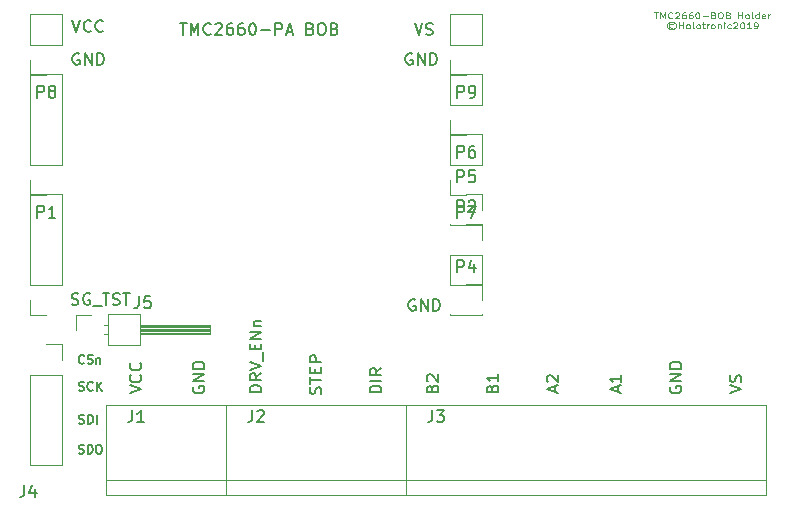
<source format=gto>
G04 #@! TF.GenerationSoftware,KiCad,Pcbnew,5.0.2-bee76a0~70~ubuntu18.04.1*
G04 #@! TF.CreationDate,2019-03-29T20:37:00+01:00*
G04 #@! TF.ProjectId,TMC2660_mount,544d4332-3636-4305-9f6d-6f756e742e6b,rev?*
G04 #@! TF.SameCoordinates,PX48f7b77PY788f099*
G04 #@! TF.FileFunction,Legend,Top*
G04 #@! TF.FilePolarity,Positive*
%FSLAX46Y46*%
G04 Gerber Fmt 4.6, Leading zero omitted, Abs format (unit mm)*
G04 Created by KiCad (PCBNEW 5.0.2-bee76a0~70~ubuntu18.04.1) date 2019-03-29T20:37:00 CET*
%MOMM*%
%LPD*%
G01*
G04 APERTURE LIST*
%ADD10C,0.110000*%
%ADD11C,0.200000*%
%ADD12C,0.140000*%
%ADD13C,0.120000*%
%ADD14C,0.150000*%
G04 APERTURE END LIST*
D10*
X55269428Y42105810D02*
X55612285Y42105810D01*
X55440857Y41605810D02*
X55440857Y42105810D01*
X55812285Y41605810D02*
X55812285Y42105810D01*
X56012285Y41748667D01*
X56212285Y42105810D01*
X56212285Y41605810D01*
X56840857Y41653429D02*
X56812285Y41629620D01*
X56726571Y41605810D01*
X56669428Y41605810D01*
X56583714Y41629620D01*
X56526571Y41677239D01*
X56498000Y41724858D01*
X56469428Y41820096D01*
X56469428Y41891524D01*
X56498000Y41986762D01*
X56526571Y42034381D01*
X56583714Y42082000D01*
X56669428Y42105810D01*
X56726571Y42105810D01*
X56812285Y42082000D01*
X56840857Y42058191D01*
X57069428Y42058191D02*
X57098000Y42082000D01*
X57155142Y42105810D01*
X57298000Y42105810D01*
X57355142Y42082000D01*
X57383714Y42058191D01*
X57412285Y42010572D01*
X57412285Y41962953D01*
X57383714Y41891524D01*
X57040857Y41605810D01*
X57412285Y41605810D01*
X57926571Y42105810D02*
X57812285Y42105810D01*
X57755142Y42082000D01*
X57726571Y42058191D01*
X57669428Y41986762D01*
X57640857Y41891524D01*
X57640857Y41701048D01*
X57669428Y41653429D01*
X57698000Y41629620D01*
X57755142Y41605810D01*
X57869428Y41605810D01*
X57926571Y41629620D01*
X57955142Y41653429D01*
X57983714Y41701048D01*
X57983714Y41820096D01*
X57955142Y41867715D01*
X57926571Y41891524D01*
X57869428Y41915334D01*
X57755142Y41915334D01*
X57698000Y41891524D01*
X57669428Y41867715D01*
X57640857Y41820096D01*
X58498000Y42105810D02*
X58383714Y42105810D01*
X58326571Y42082000D01*
X58298000Y42058191D01*
X58240857Y41986762D01*
X58212285Y41891524D01*
X58212285Y41701048D01*
X58240857Y41653429D01*
X58269428Y41629620D01*
X58326571Y41605810D01*
X58440857Y41605810D01*
X58498000Y41629620D01*
X58526571Y41653429D01*
X58555142Y41701048D01*
X58555142Y41820096D01*
X58526571Y41867715D01*
X58498000Y41891524D01*
X58440857Y41915334D01*
X58326571Y41915334D01*
X58269428Y41891524D01*
X58240857Y41867715D01*
X58212285Y41820096D01*
X58926571Y42105810D02*
X58983714Y42105810D01*
X59040857Y42082000D01*
X59069428Y42058191D01*
X59098000Y42010572D01*
X59126571Y41915334D01*
X59126571Y41796286D01*
X59098000Y41701048D01*
X59069428Y41653429D01*
X59040857Y41629620D01*
X58983714Y41605810D01*
X58926571Y41605810D01*
X58869428Y41629620D01*
X58840857Y41653429D01*
X58812285Y41701048D01*
X58783714Y41796286D01*
X58783714Y41915334D01*
X58812285Y42010572D01*
X58840857Y42058191D01*
X58869428Y42082000D01*
X58926571Y42105810D01*
X59383714Y41796286D02*
X59840857Y41796286D01*
X60326571Y41867715D02*
X60412285Y41843905D01*
X60440857Y41820096D01*
X60469428Y41772477D01*
X60469428Y41701048D01*
X60440857Y41653429D01*
X60412285Y41629620D01*
X60355142Y41605810D01*
X60126571Y41605810D01*
X60126571Y42105810D01*
X60326571Y42105810D01*
X60383714Y42082000D01*
X60412285Y42058191D01*
X60440857Y42010572D01*
X60440857Y41962953D01*
X60412285Y41915334D01*
X60383714Y41891524D01*
X60326571Y41867715D01*
X60126571Y41867715D01*
X60840857Y42105810D02*
X60955142Y42105810D01*
X61012285Y42082000D01*
X61069428Y42034381D01*
X61098000Y41939143D01*
X61098000Y41772477D01*
X61069428Y41677239D01*
X61012285Y41629620D01*
X60955142Y41605810D01*
X60840857Y41605810D01*
X60783714Y41629620D01*
X60726571Y41677239D01*
X60698000Y41772477D01*
X60698000Y41939143D01*
X60726571Y42034381D01*
X60783714Y42082000D01*
X60840857Y42105810D01*
X61555142Y41867715D02*
X61640857Y41843905D01*
X61669428Y41820096D01*
X61698000Y41772477D01*
X61698000Y41701048D01*
X61669428Y41653429D01*
X61640857Y41629620D01*
X61583714Y41605810D01*
X61355142Y41605810D01*
X61355142Y42105810D01*
X61555142Y42105810D01*
X61612285Y42082000D01*
X61640857Y42058191D01*
X61669428Y42010572D01*
X61669428Y41962953D01*
X61640857Y41915334D01*
X61612285Y41891524D01*
X61555142Y41867715D01*
X61355142Y41867715D01*
X62412285Y41605810D02*
X62412285Y42105810D01*
X62412285Y41867715D02*
X62755142Y41867715D01*
X62755142Y41605810D02*
X62755142Y42105810D01*
X63126571Y41605810D02*
X63069428Y41629620D01*
X63040857Y41653429D01*
X63012285Y41701048D01*
X63012285Y41843905D01*
X63040857Y41891524D01*
X63069428Y41915334D01*
X63126571Y41939143D01*
X63212285Y41939143D01*
X63269428Y41915334D01*
X63298000Y41891524D01*
X63326571Y41843905D01*
X63326571Y41701048D01*
X63298000Y41653429D01*
X63269428Y41629620D01*
X63212285Y41605810D01*
X63126571Y41605810D01*
X63669428Y41605810D02*
X63612285Y41629620D01*
X63583714Y41677239D01*
X63583714Y42105810D01*
X64155142Y41605810D02*
X64155142Y42105810D01*
X64155142Y41629620D02*
X64098000Y41605810D01*
X63983714Y41605810D01*
X63926571Y41629620D01*
X63898000Y41653429D01*
X63869428Y41701048D01*
X63869428Y41843905D01*
X63898000Y41891524D01*
X63926571Y41915334D01*
X63983714Y41939143D01*
X64098000Y41939143D01*
X64155142Y41915334D01*
X64669428Y41629620D02*
X64612285Y41605810D01*
X64498000Y41605810D01*
X64440857Y41629620D01*
X64412285Y41677239D01*
X64412285Y41867715D01*
X64440857Y41915334D01*
X64498000Y41939143D01*
X64612285Y41939143D01*
X64669428Y41915334D01*
X64698000Y41867715D01*
X64698000Y41820096D01*
X64412285Y41772477D01*
X64955142Y41605810D02*
X64955142Y41939143D01*
X64955142Y41843905D02*
X64983714Y41891524D01*
X65012285Y41915334D01*
X65069428Y41939143D01*
X65126571Y41939143D01*
X56855142Y41126762D02*
X56798000Y41150572D01*
X56683714Y41150572D01*
X56626571Y41126762D01*
X56569428Y41079143D01*
X56540857Y41031524D01*
X56540857Y40936286D01*
X56569428Y40888667D01*
X56626571Y40841048D01*
X56683714Y40817239D01*
X56798000Y40817239D01*
X56855142Y40841048D01*
X56740857Y41317239D02*
X56598000Y41293429D01*
X56455142Y41222000D01*
X56369428Y41102953D01*
X56340857Y40983905D01*
X56369428Y40864858D01*
X56455142Y40745810D01*
X56598000Y40674381D01*
X56740857Y40650572D01*
X56883714Y40674381D01*
X57026571Y40745810D01*
X57112285Y40864858D01*
X57140857Y40983905D01*
X57112285Y41102953D01*
X57026571Y41222000D01*
X56883714Y41293429D01*
X56740857Y41317239D01*
X57398000Y40745810D02*
X57398000Y41245810D01*
X57398000Y41007715D02*
X57740857Y41007715D01*
X57740857Y40745810D02*
X57740857Y41245810D01*
X58112285Y40745810D02*
X58055142Y40769620D01*
X58026571Y40793429D01*
X57998000Y40841048D01*
X57998000Y40983905D01*
X58026571Y41031524D01*
X58055142Y41055334D01*
X58112285Y41079143D01*
X58198000Y41079143D01*
X58255142Y41055334D01*
X58283714Y41031524D01*
X58312285Y40983905D01*
X58312285Y40841048D01*
X58283714Y40793429D01*
X58255142Y40769620D01*
X58198000Y40745810D01*
X58112285Y40745810D01*
X58655142Y40745810D02*
X58598000Y40769620D01*
X58569428Y40817239D01*
X58569428Y41245810D01*
X58969428Y40745810D02*
X58912285Y40769620D01*
X58883714Y40793429D01*
X58855142Y40841048D01*
X58855142Y40983905D01*
X58883714Y41031524D01*
X58912285Y41055334D01*
X58969428Y41079143D01*
X59055142Y41079143D01*
X59112285Y41055334D01*
X59140857Y41031524D01*
X59169428Y40983905D01*
X59169428Y40841048D01*
X59140857Y40793429D01*
X59112285Y40769620D01*
X59055142Y40745810D01*
X58969428Y40745810D01*
X59340857Y41079143D02*
X59569428Y41079143D01*
X59426571Y41245810D02*
X59426571Y40817239D01*
X59455142Y40769620D01*
X59512285Y40745810D01*
X59569428Y40745810D01*
X59769428Y40745810D02*
X59769428Y41079143D01*
X59769428Y40983905D02*
X59798000Y41031524D01*
X59826571Y41055334D01*
X59883714Y41079143D01*
X59940857Y41079143D01*
X60226571Y40745810D02*
X60169428Y40769620D01*
X60140857Y40793429D01*
X60112285Y40841048D01*
X60112285Y40983905D01*
X60140857Y41031524D01*
X60169428Y41055334D01*
X60226571Y41079143D01*
X60312285Y41079143D01*
X60369428Y41055334D01*
X60398000Y41031524D01*
X60426571Y40983905D01*
X60426571Y40841048D01*
X60398000Y40793429D01*
X60369428Y40769620D01*
X60312285Y40745810D01*
X60226571Y40745810D01*
X60683714Y41079143D02*
X60683714Y40745810D01*
X60683714Y41031524D02*
X60712285Y41055334D01*
X60769428Y41079143D01*
X60855142Y41079143D01*
X60912285Y41055334D01*
X60940857Y41007715D01*
X60940857Y40745810D01*
X61226571Y40745810D02*
X61226571Y41079143D01*
X61226571Y41245810D02*
X61198000Y41222000D01*
X61226571Y41198191D01*
X61255142Y41222000D01*
X61226571Y41245810D01*
X61226571Y41198191D01*
X61769428Y40769620D02*
X61712285Y40745810D01*
X61598000Y40745810D01*
X61540857Y40769620D01*
X61512285Y40793429D01*
X61483714Y40841048D01*
X61483714Y40983905D01*
X61512285Y41031524D01*
X61540857Y41055334D01*
X61598000Y41079143D01*
X61712285Y41079143D01*
X61769428Y41055334D01*
X61998000Y41198191D02*
X62026571Y41222000D01*
X62083714Y41245810D01*
X62226571Y41245810D01*
X62283714Y41222000D01*
X62312285Y41198191D01*
X62340857Y41150572D01*
X62340857Y41102953D01*
X62312285Y41031524D01*
X61969428Y40745810D01*
X62340857Y40745810D01*
X62712285Y41245810D02*
X62769428Y41245810D01*
X62826571Y41222000D01*
X62855142Y41198191D01*
X62883714Y41150572D01*
X62912285Y41055334D01*
X62912285Y40936286D01*
X62883714Y40841048D01*
X62855142Y40793429D01*
X62826571Y40769620D01*
X62769428Y40745810D01*
X62712285Y40745810D01*
X62655142Y40769620D01*
X62626571Y40793429D01*
X62598000Y40841048D01*
X62569428Y40936286D01*
X62569428Y41055334D01*
X62598000Y41150572D01*
X62626571Y41198191D01*
X62655142Y41222000D01*
X62712285Y41245810D01*
X63483714Y40745810D02*
X63140857Y40745810D01*
X63312285Y40745810D02*
X63312285Y41245810D01*
X63255142Y41174381D01*
X63198000Y41126762D01*
X63140857Y41102953D01*
X63769428Y40745810D02*
X63883714Y40745810D01*
X63940857Y40769620D01*
X63969428Y40793429D01*
X64026571Y40864858D01*
X64055142Y40960096D01*
X64055142Y41150572D01*
X64026571Y41198191D01*
X63998000Y41222000D01*
X63940857Y41245810D01*
X63826571Y41245810D01*
X63769428Y41222000D01*
X63740857Y41198191D01*
X63712285Y41150572D01*
X63712285Y41031524D01*
X63740857Y40983905D01*
X63769428Y40960096D01*
X63826571Y40936286D01*
X63940857Y40936286D01*
X63998000Y40960096D01*
X64026571Y40983905D01*
X64055142Y41031524D01*
D11*
X35052095Y17772000D02*
X34956857Y17819620D01*
X34814000Y17819620D01*
X34671142Y17772000D01*
X34575904Y17676762D01*
X34528285Y17581524D01*
X34480666Y17391048D01*
X34480666Y17248191D01*
X34528285Y17057715D01*
X34575904Y16962477D01*
X34671142Y16867239D01*
X34814000Y16819620D01*
X34909238Y16819620D01*
X35052095Y16867239D01*
X35099714Y16914858D01*
X35099714Y17248191D01*
X34909238Y17248191D01*
X35528285Y16819620D02*
X35528285Y17819620D01*
X36099714Y16819620D01*
X36099714Y17819620D01*
X36575904Y16819620D02*
X36575904Y17819620D01*
X36814000Y17819620D01*
X36956857Y17772000D01*
X37052095Y17676762D01*
X37099714Y17581524D01*
X37147333Y17391048D01*
X37147333Y17248191D01*
X37099714Y17057715D01*
X37052095Y16962477D01*
X36956857Y16867239D01*
X36814000Y16819620D01*
X36575904Y16819620D01*
X34798095Y38600000D02*
X34702857Y38647620D01*
X34560000Y38647620D01*
X34417142Y38600000D01*
X34321904Y38504762D01*
X34274285Y38409524D01*
X34226666Y38219048D01*
X34226666Y38076191D01*
X34274285Y37885715D01*
X34321904Y37790477D01*
X34417142Y37695239D01*
X34560000Y37647620D01*
X34655238Y37647620D01*
X34798095Y37695239D01*
X34845714Y37742858D01*
X34845714Y38076191D01*
X34655238Y38076191D01*
X35274285Y37647620D02*
X35274285Y38647620D01*
X35845714Y37647620D01*
X35845714Y38647620D01*
X36321904Y37647620D02*
X36321904Y38647620D01*
X36560000Y38647620D01*
X36702857Y38600000D01*
X36798095Y38504762D01*
X36845714Y38409524D01*
X36893333Y38219048D01*
X36893333Y38076191D01*
X36845714Y37885715D01*
X36798095Y37790477D01*
X36702857Y37695239D01*
X36560000Y37647620D01*
X36321904Y37647620D01*
X35004476Y41187620D02*
X35337809Y40187620D01*
X35671142Y41187620D01*
X35956857Y40235239D02*
X36099714Y40187620D01*
X36337809Y40187620D01*
X36433047Y40235239D01*
X36480666Y40282858D01*
X36528285Y40378096D01*
X36528285Y40473334D01*
X36480666Y40568572D01*
X36433047Y40616191D01*
X36337809Y40663810D01*
X36147333Y40711429D01*
X36052095Y40759048D01*
X36004476Y40806667D01*
X35956857Y40901905D01*
X35956857Y40997143D01*
X36004476Y41092381D01*
X36052095Y41140000D01*
X36147333Y41187620D01*
X36385428Y41187620D01*
X36528285Y41140000D01*
X5977238Y17375239D02*
X6120095Y17327620D01*
X6358190Y17327620D01*
X6453428Y17375239D01*
X6501047Y17422858D01*
X6548666Y17518096D01*
X6548666Y17613334D01*
X6501047Y17708572D01*
X6453428Y17756191D01*
X6358190Y17803810D01*
X6167714Y17851429D01*
X6072476Y17899048D01*
X6024857Y17946667D01*
X5977238Y18041905D01*
X5977238Y18137143D01*
X6024857Y18232381D01*
X6072476Y18280000D01*
X6167714Y18327620D01*
X6405809Y18327620D01*
X6548666Y18280000D01*
X7501047Y18280000D02*
X7405809Y18327620D01*
X7262952Y18327620D01*
X7120095Y18280000D01*
X7024857Y18184762D01*
X6977238Y18089524D01*
X6929619Y17899048D01*
X6929619Y17756191D01*
X6977238Y17565715D01*
X7024857Y17470477D01*
X7120095Y17375239D01*
X7262952Y17327620D01*
X7358190Y17327620D01*
X7501047Y17375239D01*
X7548666Y17422858D01*
X7548666Y17756191D01*
X7358190Y17756191D01*
X7739142Y17232381D02*
X8501047Y17232381D01*
X8596285Y18327620D02*
X9167714Y18327620D01*
X8882000Y17327620D02*
X8882000Y18327620D01*
X9453428Y17375239D02*
X9596285Y17327620D01*
X9834380Y17327620D01*
X9929619Y17375239D01*
X9977238Y17422858D01*
X10024857Y17518096D01*
X10024857Y17613334D01*
X9977238Y17708572D01*
X9929619Y17756191D01*
X9834380Y17803810D01*
X9643904Y17851429D01*
X9548666Y17899048D01*
X9501047Y17946667D01*
X9453428Y18041905D01*
X9453428Y18137143D01*
X9501047Y18232381D01*
X9548666Y18280000D01*
X9643904Y18327620D01*
X9882000Y18327620D01*
X10024857Y18280000D01*
X10310571Y18327620D02*
X10882000Y18327620D01*
X10596285Y17327620D02*
X10596285Y18327620D01*
X6604095Y38600000D02*
X6508857Y38647620D01*
X6366000Y38647620D01*
X6223142Y38600000D01*
X6127904Y38504762D01*
X6080285Y38409524D01*
X6032666Y38219048D01*
X6032666Y38076191D01*
X6080285Y37885715D01*
X6127904Y37790477D01*
X6223142Y37695239D01*
X6366000Y37647620D01*
X6461238Y37647620D01*
X6604095Y37695239D01*
X6651714Y37742858D01*
X6651714Y38076191D01*
X6461238Y38076191D01*
X7080285Y37647620D02*
X7080285Y38647620D01*
X7651714Y37647620D01*
X7651714Y38647620D01*
X8127904Y37647620D02*
X8127904Y38647620D01*
X8366000Y38647620D01*
X8508857Y38600000D01*
X8604095Y38504762D01*
X8651714Y38409524D01*
X8699333Y38219048D01*
X8699333Y38076191D01*
X8651714Y37885715D01*
X8604095Y37790477D01*
X8508857Y37695239D01*
X8366000Y37647620D01*
X8127904Y37647620D01*
X6032666Y41441620D02*
X6366000Y40441620D01*
X6699333Y41441620D01*
X7604095Y40536858D02*
X7556476Y40489239D01*
X7413619Y40441620D01*
X7318380Y40441620D01*
X7175523Y40489239D01*
X7080285Y40584477D01*
X7032666Y40679715D01*
X6985047Y40870191D01*
X6985047Y41013048D01*
X7032666Y41203524D01*
X7080285Y41298762D01*
X7175523Y41394000D01*
X7318380Y41441620D01*
X7413619Y41441620D01*
X7556476Y41394000D01*
X7604095Y41346381D01*
X8604095Y40536858D02*
X8556476Y40489239D01*
X8413619Y40441620D01*
X8318380Y40441620D01*
X8175523Y40489239D01*
X8080285Y40584477D01*
X8032666Y40679715D01*
X7985047Y40870191D01*
X7985047Y41013048D01*
X8032666Y41203524D01*
X8080285Y41298762D01*
X8175523Y41394000D01*
X8318380Y41441620D01*
X8413619Y41441620D01*
X8556476Y41394000D01*
X8604095Y41346381D01*
X15129714Y41187620D02*
X15701142Y41187620D01*
X15415428Y40187620D02*
X15415428Y41187620D01*
X16034476Y40187620D02*
X16034476Y41187620D01*
X16367809Y40473334D01*
X16701142Y41187620D01*
X16701142Y40187620D01*
X17748761Y40282858D02*
X17701142Y40235239D01*
X17558285Y40187620D01*
X17463047Y40187620D01*
X17320190Y40235239D01*
X17224952Y40330477D01*
X17177333Y40425715D01*
X17129714Y40616191D01*
X17129714Y40759048D01*
X17177333Y40949524D01*
X17224952Y41044762D01*
X17320190Y41140000D01*
X17463047Y41187620D01*
X17558285Y41187620D01*
X17701142Y41140000D01*
X17748761Y41092381D01*
X18129714Y41092381D02*
X18177333Y41140000D01*
X18272571Y41187620D01*
X18510666Y41187620D01*
X18605904Y41140000D01*
X18653523Y41092381D01*
X18701142Y40997143D01*
X18701142Y40901905D01*
X18653523Y40759048D01*
X18082095Y40187620D01*
X18701142Y40187620D01*
X19558285Y41187620D02*
X19367809Y41187620D01*
X19272571Y41140000D01*
X19224952Y41092381D01*
X19129714Y40949524D01*
X19082095Y40759048D01*
X19082095Y40378096D01*
X19129714Y40282858D01*
X19177333Y40235239D01*
X19272571Y40187620D01*
X19463047Y40187620D01*
X19558285Y40235239D01*
X19605904Y40282858D01*
X19653523Y40378096D01*
X19653523Y40616191D01*
X19605904Y40711429D01*
X19558285Y40759048D01*
X19463047Y40806667D01*
X19272571Y40806667D01*
X19177333Y40759048D01*
X19129714Y40711429D01*
X19082095Y40616191D01*
X20510666Y41187620D02*
X20320190Y41187620D01*
X20224952Y41140000D01*
X20177333Y41092381D01*
X20082095Y40949524D01*
X20034476Y40759048D01*
X20034476Y40378096D01*
X20082095Y40282858D01*
X20129714Y40235239D01*
X20224952Y40187620D01*
X20415428Y40187620D01*
X20510666Y40235239D01*
X20558285Y40282858D01*
X20605904Y40378096D01*
X20605904Y40616191D01*
X20558285Y40711429D01*
X20510666Y40759048D01*
X20415428Y40806667D01*
X20224952Y40806667D01*
X20129714Y40759048D01*
X20082095Y40711429D01*
X20034476Y40616191D01*
X21224952Y41187620D02*
X21320190Y41187620D01*
X21415428Y41140000D01*
X21463047Y41092381D01*
X21510666Y40997143D01*
X21558285Y40806667D01*
X21558285Y40568572D01*
X21510666Y40378096D01*
X21463047Y40282858D01*
X21415428Y40235239D01*
X21320190Y40187620D01*
X21224952Y40187620D01*
X21129714Y40235239D01*
X21082095Y40282858D01*
X21034476Y40378096D01*
X20986857Y40568572D01*
X20986857Y40806667D01*
X21034476Y40997143D01*
X21082095Y41092381D01*
X21129714Y41140000D01*
X21224952Y41187620D01*
X21986857Y40568572D02*
X22748761Y40568572D01*
X23224952Y40187620D02*
X23224952Y41187620D01*
X23605904Y41187620D01*
X23701142Y41140000D01*
X23748761Y41092381D01*
X23796380Y40997143D01*
X23796380Y40854286D01*
X23748761Y40759048D01*
X23701142Y40711429D01*
X23605904Y40663810D01*
X23224952Y40663810D01*
X24177333Y40473334D02*
X24653523Y40473334D01*
X24082095Y40187620D02*
X24415428Y41187620D01*
X24748761Y40187620D01*
X26177333Y40711429D02*
X26320190Y40663810D01*
X26367809Y40616191D01*
X26415428Y40520953D01*
X26415428Y40378096D01*
X26367809Y40282858D01*
X26320190Y40235239D01*
X26224952Y40187620D01*
X25844000Y40187620D01*
X25844000Y41187620D01*
X26177333Y41187620D01*
X26272571Y41140000D01*
X26320190Y41092381D01*
X26367809Y40997143D01*
X26367809Y40901905D01*
X26320190Y40806667D01*
X26272571Y40759048D01*
X26177333Y40711429D01*
X25844000Y40711429D01*
X27034476Y41187620D02*
X27224952Y41187620D01*
X27320190Y41140000D01*
X27415428Y41044762D01*
X27463047Y40854286D01*
X27463047Y40520953D01*
X27415428Y40330477D01*
X27320190Y40235239D01*
X27224952Y40187620D01*
X27034476Y40187620D01*
X26939238Y40235239D01*
X26844000Y40330477D01*
X26796380Y40520953D01*
X26796380Y40854286D01*
X26844000Y41044762D01*
X26939238Y41140000D01*
X27034476Y41187620D01*
X28224952Y40711429D02*
X28367809Y40663810D01*
X28415428Y40616191D01*
X28463047Y40520953D01*
X28463047Y40378096D01*
X28415428Y40282858D01*
X28367809Y40235239D01*
X28272571Y40187620D01*
X27891619Y40187620D01*
X27891619Y41187620D01*
X28224952Y41187620D01*
X28320190Y41140000D01*
X28367809Y41092381D01*
X28415428Y40997143D01*
X28415428Y40901905D01*
X28367809Y40806667D01*
X28320190Y40759048D01*
X28224952Y40711429D01*
X27891619Y40711429D01*
X61682380Y9858477D02*
X62682380Y10191810D01*
X61682380Y10525143D01*
X62634761Y10810858D02*
X62682380Y10953715D01*
X62682380Y11191810D01*
X62634761Y11287048D01*
X62587142Y11334667D01*
X62491904Y11382286D01*
X62396666Y11382286D01*
X62301428Y11334667D01*
X62253809Y11287048D01*
X62206190Y11191810D01*
X62158571Y11001334D01*
X62110952Y10906096D01*
X62063333Y10858477D01*
X61968095Y10810858D01*
X61872857Y10810858D01*
X61777619Y10858477D01*
X61730000Y10906096D01*
X61682380Y11001334D01*
X61682380Y11239429D01*
X61730000Y11382286D01*
X56650000Y10414096D02*
X56602380Y10318858D01*
X56602380Y10176000D01*
X56650000Y10033143D01*
X56745238Y9937905D01*
X56840476Y9890286D01*
X57030952Y9842667D01*
X57173809Y9842667D01*
X57364285Y9890286D01*
X57459523Y9937905D01*
X57554761Y10033143D01*
X57602380Y10176000D01*
X57602380Y10271239D01*
X57554761Y10414096D01*
X57507142Y10461715D01*
X57173809Y10461715D01*
X57173809Y10271239D01*
X57602380Y10890286D02*
X56602380Y10890286D01*
X57602380Y11461715D01*
X56602380Y11461715D01*
X57602380Y11937905D02*
X56602380Y11937905D01*
X56602380Y12176000D01*
X56650000Y12318858D01*
X56745238Y12414096D01*
X56840476Y12461715D01*
X57030952Y12509334D01*
X57173809Y12509334D01*
X57364285Y12461715D01*
X57459523Y12414096D01*
X57554761Y12318858D01*
X57602380Y12176000D01*
X57602380Y11937905D01*
X52236666Y9953715D02*
X52236666Y10429905D01*
X52522380Y9858477D02*
X51522380Y10191810D01*
X52522380Y10525143D01*
X52522380Y11382286D02*
X52522380Y10810858D01*
X52522380Y11096572D02*
X51522380Y11096572D01*
X51665238Y11001334D01*
X51760476Y10906096D01*
X51808095Y10810858D01*
X46902666Y9953715D02*
X46902666Y10429905D01*
X47188380Y9858477D02*
X46188380Y10191810D01*
X47188380Y10525143D01*
X46283619Y10810858D02*
X46236000Y10858477D01*
X46188380Y10953715D01*
X46188380Y11191810D01*
X46236000Y11287048D01*
X46283619Y11334667D01*
X46378857Y11382286D01*
X46474095Y11382286D01*
X46616952Y11334667D01*
X47188380Y10763239D01*
X47188380Y11382286D01*
X41584571Y10263239D02*
X41632190Y10406096D01*
X41679809Y10453715D01*
X41775047Y10501334D01*
X41917904Y10501334D01*
X42013142Y10453715D01*
X42060761Y10406096D01*
X42108380Y10310858D01*
X42108380Y9929905D01*
X41108380Y9929905D01*
X41108380Y10263239D01*
X41156000Y10358477D01*
X41203619Y10406096D01*
X41298857Y10453715D01*
X41394095Y10453715D01*
X41489333Y10406096D01*
X41536952Y10358477D01*
X41584571Y10263239D01*
X41584571Y9929905D01*
X42108380Y11453715D02*
X42108380Y10882286D01*
X42108380Y11168000D02*
X41108380Y11168000D01*
X41251238Y11072762D01*
X41346476Y10977524D01*
X41394095Y10882286D01*
X36504571Y10263239D02*
X36552190Y10406096D01*
X36599809Y10453715D01*
X36695047Y10501334D01*
X36837904Y10501334D01*
X36933142Y10453715D01*
X36980761Y10406096D01*
X37028380Y10310858D01*
X37028380Y9929905D01*
X36028380Y9929905D01*
X36028380Y10263239D01*
X36076000Y10358477D01*
X36123619Y10406096D01*
X36218857Y10453715D01*
X36314095Y10453715D01*
X36409333Y10406096D01*
X36456952Y10358477D01*
X36504571Y10263239D01*
X36504571Y9929905D01*
X36123619Y10882286D02*
X36076000Y10929905D01*
X36028380Y11025143D01*
X36028380Y11263239D01*
X36076000Y11358477D01*
X36123619Y11406096D01*
X36218857Y11453715D01*
X36314095Y11453715D01*
X36456952Y11406096D01*
X37028380Y10834667D01*
X37028380Y11453715D01*
X32202380Y9922000D02*
X31202380Y9922000D01*
X31202380Y10160096D01*
X31250000Y10302953D01*
X31345238Y10398191D01*
X31440476Y10445810D01*
X31630952Y10493429D01*
X31773809Y10493429D01*
X31964285Y10445810D01*
X32059523Y10398191D01*
X32154761Y10302953D01*
X32202380Y10160096D01*
X32202380Y9922000D01*
X32202380Y10922000D02*
X31202380Y10922000D01*
X32202380Y11969620D02*
X31726190Y11636286D01*
X32202380Y11398191D02*
X31202380Y11398191D01*
X31202380Y11779143D01*
X31250000Y11874381D01*
X31297619Y11922000D01*
X31392857Y11969620D01*
X31535714Y11969620D01*
X31630952Y11922000D01*
X31678571Y11874381D01*
X31726190Y11779143D01*
X31726190Y11398191D01*
X27074761Y9810953D02*
X27122380Y9953810D01*
X27122380Y10191905D01*
X27074761Y10287143D01*
X27027142Y10334762D01*
X26931904Y10382381D01*
X26836666Y10382381D01*
X26741428Y10334762D01*
X26693809Y10287143D01*
X26646190Y10191905D01*
X26598571Y10001429D01*
X26550952Y9906191D01*
X26503333Y9858572D01*
X26408095Y9810953D01*
X26312857Y9810953D01*
X26217619Y9858572D01*
X26170000Y9906191D01*
X26122380Y10001429D01*
X26122380Y10239524D01*
X26170000Y10382381D01*
X26122380Y10668096D02*
X26122380Y11239524D01*
X27122380Y10953810D02*
X26122380Y10953810D01*
X26598571Y11572858D02*
X26598571Y11906191D01*
X27122380Y12049048D02*
X27122380Y11572858D01*
X26122380Y11572858D01*
X26122380Y12049048D01*
X27122380Y12477620D02*
X26122380Y12477620D01*
X26122380Y12858572D01*
X26170000Y12953810D01*
X26217619Y13001429D01*
X26312857Y13049048D01*
X26455714Y13049048D01*
X26550952Y13001429D01*
X26598571Y12953810D01*
X26646190Y12858572D01*
X26646190Y12477620D01*
X22042380Y9954000D02*
X21042380Y9954000D01*
X21042380Y10192096D01*
X21090000Y10334953D01*
X21185238Y10430191D01*
X21280476Y10477810D01*
X21470952Y10525429D01*
X21613809Y10525429D01*
X21804285Y10477810D01*
X21899523Y10430191D01*
X21994761Y10334953D01*
X22042380Y10192096D01*
X22042380Y9954000D01*
X22042380Y11525429D02*
X21566190Y11192096D01*
X22042380Y10954000D02*
X21042380Y10954000D01*
X21042380Y11334953D01*
X21090000Y11430191D01*
X21137619Y11477810D01*
X21232857Y11525429D01*
X21375714Y11525429D01*
X21470952Y11477810D01*
X21518571Y11430191D01*
X21566190Y11334953D01*
X21566190Y10954000D01*
X21042380Y11811143D02*
X22042380Y12144477D01*
X21042380Y12477810D01*
X22137619Y12573048D02*
X22137619Y13334953D01*
X21518571Y13573048D02*
X21518571Y13906381D01*
X22042380Y14049239D02*
X22042380Y13573048D01*
X21042380Y13573048D01*
X21042380Y14049239D01*
X22042380Y14477810D02*
X21042380Y14477810D01*
X22042380Y15049239D01*
X21042380Y15049239D01*
X21375714Y15525429D02*
X22042380Y15525429D01*
X21470952Y15525429D02*
X21423333Y15573048D01*
X21375714Y15668286D01*
X21375714Y15811143D01*
X21423333Y15906381D01*
X21518571Y15954000D01*
X22042380Y15954000D01*
X16264000Y10414096D02*
X16216380Y10318858D01*
X16216380Y10176000D01*
X16264000Y10033143D01*
X16359238Y9937905D01*
X16454476Y9890286D01*
X16644952Y9842667D01*
X16787809Y9842667D01*
X16978285Y9890286D01*
X17073523Y9937905D01*
X17168761Y10033143D01*
X17216380Y10176000D01*
X17216380Y10271239D01*
X17168761Y10414096D01*
X17121142Y10461715D01*
X16787809Y10461715D01*
X16787809Y10271239D01*
X17216380Y10890286D02*
X16216380Y10890286D01*
X17216380Y11461715D01*
X16216380Y11461715D01*
X17216380Y11937905D02*
X16216380Y11937905D01*
X16216380Y12176000D01*
X16264000Y12318858D01*
X16359238Y12414096D01*
X16454476Y12461715D01*
X16644952Y12509334D01*
X16787809Y12509334D01*
X16978285Y12461715D01*
X17073523Y12414096D01*
X17168761Y12318858D01*
X17216380Y12176000D01*
X17216380Y11937905D01*
X10882380Y9842667D02*
X11882380Y10176000D01*
X10882380Y10509334D01*
X11787142Y11414096D02*
X11834761Y11366477D01*
X11882380Y11223620D01*
X11882380Y11128381D01*
X11834761Y10985524D01*
X11739523Y10890286D01*
X11644285Y10842667D01*
X11453809Y10795048D01*
X11310952Y10795048D01*
X11120476Y10842667D01*
X11025238Y10890286D01*
X10930000Y10985524D01*
X10882380Y11128381D01*
X10882380Y11223620D01*
X10930000Y11366477D01*
X10977619Y11414096D01*
X11787142Y12414096D02*
X11834761Y12366477D01*
X11882380Y12223620D01*
X11882380Y12128381D01*
X11834761Y11985524D01*
X11739523Y11890286D01*
X11644285Y11842667D01*
X11453809Y11795048D01*
X11310952Y11795048D01*
X11120476Y11842667D01*
X11025238Y11890286D01*
X10930000Y11985524D01*
X10882380Y12128381D01*
X10882380Y12223620D01*
X10930000Y12366477D01*
X10977619Y12414096D01*
D12*
X6563857Y4776429D02*
X6671000Y4740715D01*
X6849571Y4740715D01*
X6921000Y4776429D01*
X6956714Y4812143D01*
X6992428Y4883572D01*
X6992428Y4955000D01*
X6956714Y5026429D01*
X6921000Y5062143D01*
X6849571Y5097858D01*
X6706714Y5133572D01*
X6635285Y5169286D01*
X6599571Y5205000D01*
X6563857Y5276429D01*
X6563857Y5347858D01*
X6599571Y5419286D01*
X6635285Y5455000D01*
X6706714Y5490715D01*
X6885285Y5490715D01*
X6992428Y5455000D01*
X7313857Y4740715D02*
X7313857Y5490715D01*
X7492428Y5490715D01*
X7599571Y5455000D01*
X7671000Y5383572D01*
X7706714Y5312143D01*
X7742428Y5169286D01*
X7742428Y5062143D01*
X7706714Y4919286D01*
X7671000Y4847858D01*
X7599571Y4776429D01*
X7492428Y4740715D01*
X7313857Y4740715D01*
X8206714Y5490715D02*
X8349571Y5490715D01*
X8421000Y5455000D01*
X8492428Y5383572D01*
X8528142Y5240715D01*
X8528142Y4990715D01*
X8492428Y4847858D01*
X8421000Y4776429D01*
X8349571Y4740715D01*
X8206714Y4740715D01*
X8135285Y4776429D01*
X8063857Y4847858D01*
X8028142Y4990715D01*
X8028142Y5240715D01*
X8063857Y5383572D01*
X8135285Y5455000D01*
X8206714Y5490715D01*
X6594142Y7316429D02*
X6701285Y7280715D01*
X6879857Y7280715D01*
X6951285Y7316429D01*
X6987000Y7352143D01*
X7022714Y7423572D01*
X7022714Y7495000D01*
X6987000Y7566429D01*
X6951285Y7602143D01*
X6879857Y7637858D01*
X6737000Y7673572D01*
X6665571Y7709286D01*
X6629857Y7745000D01*
X6594142Y7816429D01*
X6594142Y7887858D01*
X6629857Y7959286D01*
X6665571Y7995000D01*
X6737000Y8030715D01*
X6915571Y8030715D01*
X7022714Y7995000D01*
X7344142Y7280715D02*
X7344142Y8030715D01*
X7522714Y8030715D01*
X7629857Y7995000D01*
X7701285Y7923572D01*
X7737000Y7852143D01*
X7772714Y7709286D01*
X7772714Y7602143D01*
X7737000Y7459286D01*
X7701285Y7387858D01*
X7629857Y7316429D01*
X7522714Y7280715D01*
X7344142Y7280715D01*
X8094142Y7280715D02*
X8094142Y8030715D01*
X6591714Y10110429D02*
X6698857Y10074715D01*
X6877428Y10074715D01*
X6948857Y10110429D01*
X6984571Y10146143D01*
X7020285Y10217572D01*
X7020285Y10289000D01*
X6984571Y10360429D01*
X6948857Y10396143D01*
X6877428Y10431858D01*
X6734571Y10467572D01*
X6663142Y10503286D01*
X6627428Y10539000D01*
X6591714Y10610429D01*
X6591714Y10681858D01*
X6627428Y10753286D01*
X6663142Y10789000D01*
X6734571Y10824715D01*
X6913142Y10824715D01*
X7020285Y10789000D01*
X7770285Y10146143D02*
X7734571Y10110429D01*
X7627428Y10074715D01*
X7556000Y10074715D01*
X7448857Y10110429D01*
X7377428Y10181858D01*
X7341714Y10253286D01*
X7306000Y10396143D01*
X7306000Y10503286D01*
X7341714Y10646143D01*
X7377428Y10717572D01*
X7448857Y10789000D01*
X7556000Y10824715D01*
X7627428Y10824715D01*
X7734571Y10789000D01*
X7770285Y10753286D01*
X8091714Y10074715D02*
X8091714Y10824715D01*
X8520285Y10074715D02*
X8198857Y10503286D01*
X8520285Y10824715D02*
X8091714Y10396143D01*
X7031714Y12432143D02*
X6996000Y12396429D01*
X6888857Y12360715D01*
X6817428Y12360715D01*
X6710285Y12396429D01*
X6638857Y12467858D01*
X6603142Y12539286D01*
X6567428Y12682143D01*
X6567428Y12789286D01*
X6603142Y12932143D01*
X6638857Y13003572D01*
X6710285Y13075000D01*
X6817428Y13110715D01*
X6888857Y13110715D01*
X6996000Y13075000D01*
X7031714Y13039286D01*
X7317428Y12396429D02*
X7424571Y12360715D01*
X7603142Y12360715D01*
X7674571Y12396429D01*
X7710285Y12432143D01*
X7746000Y12503572D01*
X7746000Y12575000D01*
X7710285Y12646429D01*
X7674571Y12682143D01*
X7603142Y12717858D01*
X7460285Y12753572D01*
X7388857Y12789286D01*
X7353142Y12825000D01*
X7317428Y12896429D01*
X7317428Y12967858D01*
X7353142Y13039286D01*
X7388857Y13075000D01*
X7460285Y13110715D01*
X7638857Y13110715D01*
X7746000Y13075000D01*
X8067428Y12860715D02*
X8067428Y12360715D01*
X8067428Y12789286D02*
X8103142Y12825000D01*
X8174571Y12860715D01*
X8281714Y12860715D01*
X8353142Y12825000D01*
X8388857Y12753572D01*
X8388857Y12360715D01*
D13*
G04 #@! TO.C,J4*
X3810000Y14030000D02*
X5140000Y14030000D01*
X5140000Y14030000D02*
X5140000Y12700000D01*
X5140000Y11430000D02*
X5140000Y3750000D01*
X2480000Y3750000D02*
X5140000Y3750000D01*
X2480000Y11430000D02*
X2480000Y3750000D01*
X2480000Y11430000D02*
X5140000Y11430000D01*
G04 #@! TO.C,J3*
X34290000Y1270000D02*
X64770000Y1270000D01*
X34290000Y8890000D02*
X64770000Y8890000D01*
X34290000Y2540000D02*
X64770000Y2540000D01*
X64770000Y1270000D02*
X64770000Y8890000D01*
X34290000Y8890000D02*
X34290000Y1270000D01*
G04 #@! TO.C,J2*
X19050000Y1270000D02*
X34290000Y1270000D01*
X19050000Y8890000D02*
X34290000Y8890000D01*
X19050000Y2540000D02*
X34290000Y2540000D01*
X34290000Y1270000D02*
X34290000Y8890000D01*
X19050000Y1270000D02*
X19050000Y8890000D01*
G04 #@! TO.C,J1*
X8890000Y1270000D02*
X19050000Y1270000D01*
X8890000Y8890000D02*
X8890000Y1270000D01*
X19050000Y8890000D02*
X8890000Y8890000D01*
X19050000Y1270000D02*
X19050000Y8890000D01*
X19050000Y2540000D02*
X8890000Y2540000D01*
G04 #@! TO.C,P1*
X5140000Y29210000D02*
X2480000Y29210000D01*
X5140000Y29210000D02*
X5140000Y36890000D01*
X5140000Y36890000D02*
X2480000Y36890000D01*
X2480000Y29210000D02*
X2480000Y36890000D01*
X2480000Y26610000D02*
X2480000Y27940000D01*
X3810000Y26610000D02*
X2480000Y26610000D01*
G04 #@! TO.C,P2*
X38040000Y21590000D02*
X40700000Y21590000D01*
X38040000Y21590000D02*
X38040000Y18990000D01*
X38040000Y18990000D02*
X40700000Y18990000D01*
X40700000Y21590000D02*
X40700000Y18990000D01*
X40700000Y24190000D02*
X40700000Y22860000D01*
X39370000Y24190000D02*
X40700000Y24190000D01*
G04 #@! TO.C,P3*
X3810000Y16450000D02*
X2480000Y16450000D01*
X2480000Y16450000D02*
X2480000Y17780000D01*
X2480000Y19050000D02*
X2480000Y26730000D01*
X5140000Y26730000D02*
X2480000Y26730000D01*
X5140000Y19050000D02*
X5140000Y26730000D01*
X5140000Y19050000D02*
X2480000Y19050000D01*
G04 #@! TO.C,P4*
X38040000Y16450000D02*
X40700000Y16450000D01*
X38040000Y16570000D02*
X38040000Y16450000D01*
X40700000Y16570000D02*
X40700000Y16450000D01*
X40700000Y19110000D02*
X40700000Y17780000D01*
X39370000Y19110000D02*
X40700000Y19110000D01*
G04 #@! TO.C,P5*
X39370000Y26730000D02*
X40700000Y26730000D01*
X40700000Y26730000D02*
X40700000Y25400000D01*
X40700000Y24190000D02*
X40700000Y24070000D01*
X38040000Y24190000D02*
X38040000Y24070000D01*
X38040000Y24070000D02*
X40700000Y24070000D01*
G04 #@! TO.C,P6*
X39370000Y31690000D02*
X38040000Y31690000D01*
X38040000Y31690000D02*
X38040000Y33020000D01*
X38040000Y34290000D02*
X38040000Y36890000D01*
X40700000Y36890000D02*
X38040000Y36890000D01*
X40700000Y34290000D02*
X40700000Y36890000D01*
X40700000Y34290000D02*
X38040000Y34290000D01*
G04 #@! TO.C,P7*
X40700000Y29210000D02*
X38040000Y29210000D01*
X40700000Y29210000D02*
X40700000Y31810000D01*
X40700000Y31810000D02*
X38040000Y31810000D01*
X38040000Y29210000D02*
X38040000Y31810000D01*
X38040000Y26610000D02*
X38040000Y27940000D01*
X39370000Y26610000D02*
X38040000Y26610000D01*
G04 #@! TO.C,P8*
X5140000Y39370000D02*
X2480000Y39370000D01*
X5140000Y39370000D02*
X5140000Y41970000D01*
X5140000Y41970000D02*
X2480000Y41970000D01*
X2480000Y39370000D02*
X2480000Y41970000D01*
X2480000Y36770000D02*
X2480000Y38100000D01*
X3810000Y36770000D02*
X2480000Y36770000D01*
G04 #@! TO.C,P9*
X39370000Y36770000D02*
X38040000Y36770000D01*
X38040000Y36770000D02*
X38040000Y38100000D01*
X38040000Y39370000D02*
X38040000Y41970000D01*
X40700000Y41970000D02*
X38040000Y41970000D01*
X40700000Y39370000D02*
X40700000Y41970000D01*
X40700000Y39370000D02*
X38040000Y39370000D01*
G04 #@! TO.C,J5*
X9060000Y16570000D02*
X9060000Y13910000D01*
X9060000Y13910000D02*
X11720000Y13910000D01*
X11720000Y13910000D02*
X11720000Y16570000D01*
X11720000Y16570000D02*
X9060000Y16570000D01*
X11720000Y15620000D02*
X17720000Y15620000D01*
X17720000Y15620000D02*
X17720000Y14860000D01*
X17720000Y14860000D02*
X11720000Y14860000D01*
X11720000Y15560000D02*
X17720000Y15560000D01*
X11720000Y15440000D02*
X17720000Y15440000D01*
X11720000Y15320000D02*
X17720000Y15320000D01*
X11720000Y15200000D02*
X17720000Y15200000D01*
X11720000Y15080000D02*
X17720000Y15080000D01*
X11720000Y14960000D02*
X17720000Y14960000D01*
X8730000Y15620000D02*
X9060000Y15620000D01*
X8730000Y14860000D02*
X9060000Y14860000D01*
X6350000Y15240000D02*
X6350000Y16510000D01*
X6350000Y16510000D02*
X7620000Y16510000D01*
G04 #@! TO.C,J4*
D14*
X1952666Y2071620D02*
X1952666Y1357334D01*
X1905047Y1214477D01*
X1809809Y1119239D01*
X1666952Y1071620D01*
X1571714Y1071620D01*
X2857428Y1738286D02*
X2857428Y1071620D01*
X2619333Y2119239D02*
X2381238Y1404953D01*
X3000285Y1404953D01*
G04 #@! TO.C,J3*
X36496666Y8421620D02*
X36496666Y7707334D01*
X36449047Y7564477D01*
X36353809Y7469239D01*
X36210952Y7421620D01*
X36115714Y7421620D01*
X36877619Y8421620D02*
X37496666Y8421620D01*
X37163333Y8040667D01*
X37306190Y8040667D01*
X37401428Y7993048D01*
X37449047Y7945429D01*
X37496666Y7850191D01*
X37496666Y7612096D01*
X37449047Y7516858D01*
X37401428Y7469239D01*
X37306190Y7421620D01*
X37020476Y7421620D01*
X36925238Y7469239D01*
X36877619Y7516858D01*
G04 #@! TO.C,J2*
X21256666Y8421620D02*
X21256666Y7707334D01*
X21209047Y7564477D01*
X21113809Y7469239D01*
X20970952Y7421620D01*
X20875714Y7421620D01*
X21685238Y8326381D02*
X21732857Y8374000D01*
X21828095Y8421620D01*
X22066190Y8421620D01*
X22161428Y8374000D01*
X22209047Y8326381D01*
X22256666Y8231143D01*
X22256666Y8135905D01*
X22209047Y7993048D01*
X21637619Y7421620D01*
X22256666Y7421620D01*
G04 #@! TO.C,J1*
X11096666Y8421620D02*
X11096666Y7707334D01*
X11049047Y7564477D01*
X10953809Y7469239D01*
X10810952Y7421620D01*
X10715714Y7421620D01*
X12096666Y7421620D02*
X11525238Y7421620D01*
X11810952Y7421620D02*
X11810952Y8421620D01*
X11715714Y8278762D01*
X11620476Y8183524D01*
X11525238Y8135905D01*
G04 #@! TO.C,P1*
X3071904Y24717620D02*
X3071904Y25717620D01*
X3452857Y25717620D01*
X3548095Y25670000D01*
X3595714Y25622381D01*
X3643333Y25527143D01*
X3643333Y25384286D01*
X3595714Y25289048D01*
X3548095Y25241429D01*
X3452857Y25193810D01*
X3071904Y25193810D01*
X4595714Y24717620D02*
X4024285Y24717620D01*
X4310000Y24717620D02*
X4310000Y25717620D01*
X4214761Y25574762D01*
X4119523Y25479524D01*
X4024285Y25431905D01*
G04 #@! TO.C,P2*
X38631904Y25177620D02*
X38631904Y26177620D01*
X39012857Y26177620D01*
X39108095Y26130000D01*
X39155714Y26082381D01*
X39203333Y25987143D01*
X39203333Y25844286D01*
X39155714Y25749048D01*
X39108095Y25701429D01*
X39012857Y25653810D01*
X38631904Y25653810D01*
X39584285Y26082381D02*
X39631904Y26130000D01*
X39727142Y26177620D01*
X39965238Y26177620D01*
X40060476Y26130000D01*
X40108095Y26082381D01*
X40155714Y25987143D01*
X40155714Y25891905D01*
X40108095Y25749048D01*
X39536666Y25177620D01*
X40155714Y25177620D01*
G04 #@! TO.C,P4*
X38631904Y20097620D02*
X38631904Y21097620D01*
X39012857Y21097620D01*
X39108095Y21050000D01*
X39155714Y21002381D01*
X39203333Y20907143D01*
X39203333Y20764286D01*
X39155714Y20669048D01*
X39108095Y20621429D01*
X39012857Y20573810D01*
X38631904Y20573810D01*
X40060476Y20764286D02*
X40060476Y20097620D01*
X39822380Y21145239D02*
X39584285Y20430953D01*
X40203333Y20430953D01*
G04 #@! TO.C,P5*
X38631904Y27717620D02*
X38631904Y28717620D01*
X39012857Y28717620D01*
X39108095Y28670000D01*
X39155714Y28622381D01*
X39203333Y28527143D01*
X39203333Y28384286D01*
X39155714Y28289048D01*
X39108095Y28241429D01*
X39012857Y28193810D01*
X38631904Y28193810D01*
X40108095Y28717620D02*
X39631904Y28717620D01*
X39584285Y28241429D01*
X39631904Y28289048D01*
X39727142Y28336667D01*
X39965238Y28336667D01*
X40060476Y28289048D01*
X40108095Y28241429D01*
X40155714Y28146191D01*
X40155714Y27908096D01*
X40108095Y27812858D01*
X40060476Y27765239D01*
X39965238Y27717620D01*
X39727142Y27717620D01*
X39631904Y27765239D01*
X39584285Y27812858D01*
G04 #@! TO.C,P6*
X38631904Y29797620D02*
X38631904Y30797620D01*
X39012857Y30797620D01*
X39108095Y30750000D01*
X39155714Y30702381D01*
X39203333Y30607143D01*
X39203333Y30464286D01*
X39155714Y30369048D01*
X39108095Y30321429D01*
X39012857Y30273810D01*
X38631904Y30273810D01*
X40060476Y30797620D02*
X39870000Y30797620D01*
X39774761Y30750000D01*
X39727142Y30702381D01*
X39631904Y30559524D01*
X39584285Y30369048D01*
X39584285Y29988096D01*
X39631904Y29892858D01*
X39679523Y29845239D01*
X39774761Y29797620D01*
X39965238Y29797620D01*
X40060476Y29845239D01*
X40108095Y29892858D01*
X40155714Y29988096D01*
X40155714Y30226191D01*
X40108095Y30321429D01*
X40060476Y30369048D01*
X39965238Y30416667D01*
X39774761Y30416667D01*
X39679523Y30369048D01*
X39631904Y30321429D01*
X39584285Y30226191D01*
G04 #@! TO.C,P7*
X38631904Y24717620D02*
X38631904Y25717620D01*
X39012857Y25717620D01*
X39108095Y25670000D01*
X39155714Y25622381D01*
X39203333Y25527143D01*
X39203333Y25384286D01*
X39155714Y25289048D01*
X39108095Y25241429D01*
X39012857Y25193810D01*
X38631904Y25193810D01*
X39536666Y25717620D02*
X40203333Y25717620D01*
X39774761Y24717620D01*
G04 #@! TO.C,P8*
X3071904Y34877620D02*
X3071904Y35877620D01*
X3452857Y35877620D01*
X3548095Y35830000D01*
X3595714Y35782381D01*
X3643333Y35687143D01*
X3643333Y35544286D01*
X3595714Y35449048D01*
X3548095Y35401429D01*
X3452857Y35353810D01*
X3071904Y35353810D01*
X4214761Y35449048D02*
X4119523Y35496667D01*
X4071904Y35544286D01*
X4024285Y35639524D01*
X4024285Y35687143D01*
X4071904Y35782381D01*
X4119523Y35830000D01*
X4214761Y35877620D01*
X4405238Y35877620D01*
X4500476Y35830000D01*
X4548095Y35782381D01*
X4595714Y35687143D01*
X4595714Y35639524D01*
X4548095Y35544286D01*
X4500476Y35496667D01*
X4405238Y35449048D01*
X4214761Y35449048D01*
X4119523Y35401429D01*
X4071904Y35353810D01*
X4024285Y35258572D01*
X4024285Y35068096D01*
X4071904Y34972858D01*
X4119523Y34925239D01*
X4214761Y34877620D01*
X4405238Y34877620D01*
X4500476Y34925239D01*
X4548095Y34972858D01*
X4595714Y35068096D01*
X4595714Y35258572D01*
X4548095Y35353810D01*
X4500476Y35401429D01*
X4405238Y35449048D01*
G04 #@! TO.C,P9*
X38631904Y34877620D02*
X38631904Y35877620D01*
X39012857Y35877620D01*
X39108095Y35830000D01*
X39155714Y35782381D01*
X39203333Y35687143D01*
X39203333Y35544286D01*
X39155714Y35449048D01*
X39108095Y35401429D01*
X39012857Y35353810D01*
X38631904Y35353810D01*
X39679523Y34877620D02*
X39870000Y34877620D01*
X39965238Y34925239D01*
X40012857Y34972858D01*
X40108095Y35115715D01*
X40155714Y35306191D01*
X40155714Y35687143D01*
X40108095Y35782381D01*
X40060476Y35830000D01*
X39965238Y35877620D01*
X39774761Y35877620D01*
X39679523Y35830000D01*
X39631904Y35782381D01*
X39584285Y35687143D01*
X39584285Y35449048D01*
X39631904Y35353810D01*
X39679523Y35306191D01*
X39774761Y35258572D01*
X39965238Y35258572D01*
X40060476Y35306191D01*
X40108095Y35353810D01*
X40155714Y35449048D01*
G04 #@! TO.C,J5*
X11671666Y18057620D02*
X11671666Y17343334D01*
X11624047Y17200477D01*
X11528809Y17105239D01*
X11385952Y17057620D01*
X11290714Y17057620D01*
X12624047Y18057620D02*
X12147857Y18057620D01*
X12100238Y17581429D01*
X12147857Y17629048D01*
X12243095Y17676667D01*
X12481190Y17676667D01*
X12576428Y17629048D01*
X12624047Y17581429D01*
X12671666Y17486191D01*
X12671666Y17248096D01*
X12624047Y17152858D01*
X12576428Y17105239D01*
X12481190Y17057620D01*
X12243095Y17057620D01*
X12147857Y17105239D01*
X12100238Y17152858D01*
G04 #@! TD*
M02*

</source>
